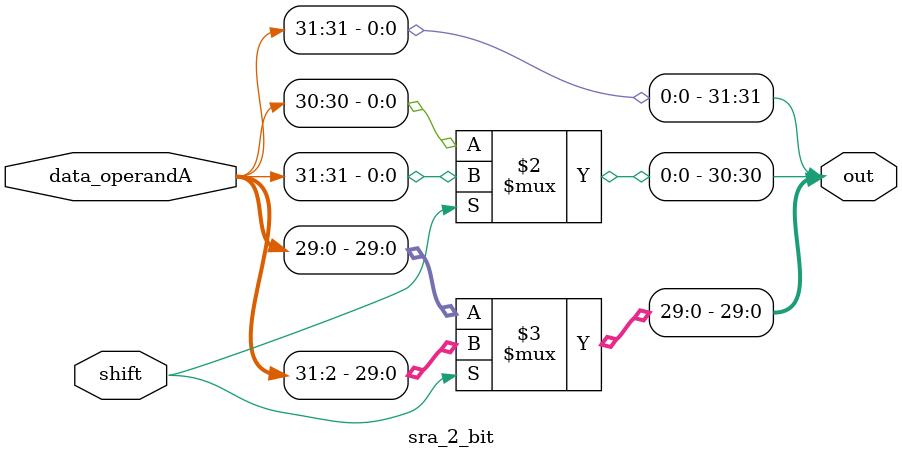
<source format=v>
module sra_2_bit (data_operandA, shift, out);
    input [31:0] data_operandA;
    input shift;
    output [31:0] out;
    
    assign out[31] = shift ? data_operandA[31] : data_operandA[31];
    assign out[30] = shift ? data_operandA[31] : data_operandA[30];

    assign out[29:0] = shift ? data_operandA[31:2]:data_operandA[29:0];
endmodule
</source>
